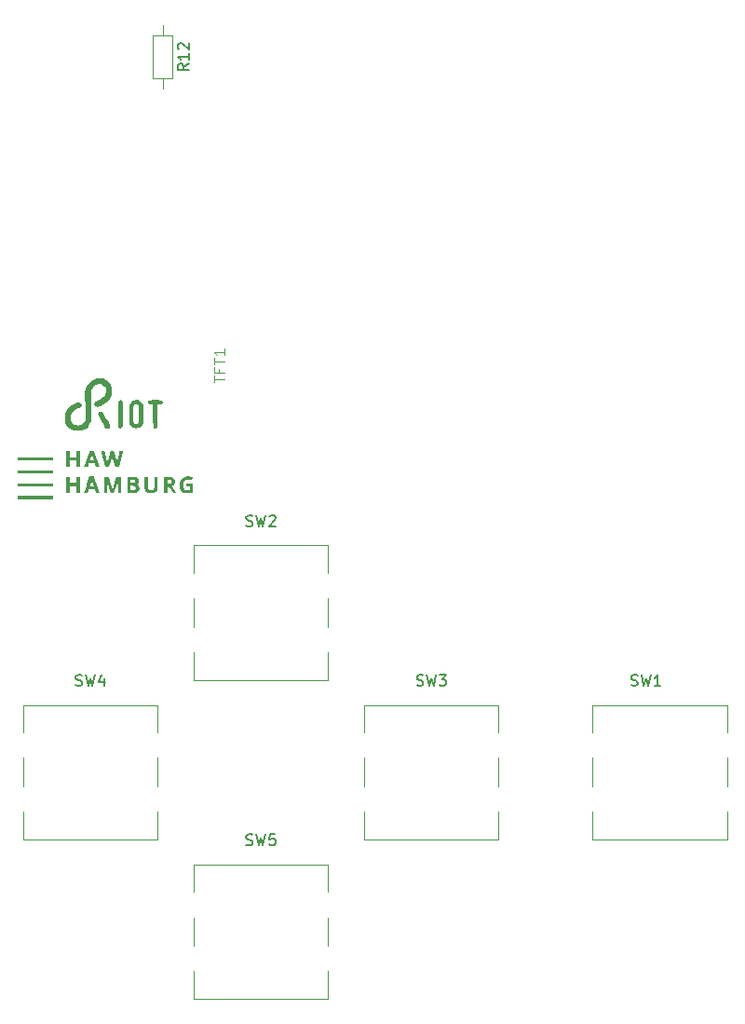
<source format=gbr>
%TF.GenerationSoftware,KiCad,Pcbnew,8.0.1*%
%TF.CreationDate,2024-05-06T19:00:19+02:00*%
%TF.ProjectId,teamagotchi,7465616d-6167-46f7-9463-68692e6b6963,rev?*%
%TF.SameCoordinates,Original*%
%TF.FileFunction,Legend,Top*%
%TF.FilePolarity,Positive*%
%FSLAX46Y46*%
G04 Gerber Fmt 4.6, Leading zero omitted, Abs format (unit mm)*
G04 Created by KiCad (PCBNEW 8.0.1) date 2024-05-06 19:00:19*
%MOMM*%
%LPD*%
G01*
G04 APERTURE LIST*
%ADD10C,0.100000*%
%ADD11C,0.150000*%
%ADD12C,0.120000*%
%ADD13C,0.000000*%
G04 APERTURE END LIST*
D10*
X132317419Y-93877428D02*
X132317419Y-93306000D01*
X133317419Y-93591714D02*
X132317419Y-93591714D01*
X132793609Y-92639333D02*
X132793609Y-92972666D01*
X133317419Y-92972666D02*
X132317419Y-92972666D01*
X132317419Y-92972666D02*
X132317419Y-92496476D01*
X132317419Y-92258380D02*
X132317419Y-91686952D01*
X133317419Y-91972666D02*
X132317419Y-91972666D01*
X133317419Y-90829809D02*
X133317419Y-91401237D01*
X133317419Y-91115523D02*
X132317419Y-91115523D01*
X132317419Y-91115523D02*
X132460276Y-91210761D01*
X132460276Y-91210761D02*
X132555514Y-91305999D01*
X132555514Y-91305999D02*
X132603133Y-91401237D01*
D11*
X119776667Y-121413200D02*
X119919524Y-121460819D01*
X119919524Y-121460819D02*
X120157619Y-121460819D01*
X120157619Y-121460819D02*
X120252857Y-121413200D01*
X120252857Y-121413200D02*
X120300476Y-121365580D01*
X120300476Y-121365580D02*
X120348095Y-121270342D01*
X120348095Y-121270342D02*
X120348095Y-121175104D01*
X120348095Y-121175104D02*
X120300476Y-121079866D01*
X120300476Y-121079866D02*
X120252857Y-121032247D01*
X120252857Y-121032247D02*
X120157619Y-120984628D01*
X120157619Y-120984628D02*
X119967143Y-120937009D01*
X119967143Y-120937009D02*
X119871905Y-120889390D01*
X119871905Y-120889390D02*
X119824286Y-120841771D01*
X119824286Y-120841771D02*
X119776667Y-120746533D01*
X119776667Y-120746533D02*
X119776667Y-120651295D01*
X119776667Y-120651295D02*
X119824286Y-120556057D01*
X119824286Y-120556057D02*
X119871905Y-120508438D01*
X119871905Y-120508438D02*
X119967143Y-120460819D01*
X119967143Y-120460819D02*
X120205238Y-120460819D01*
X120205238Y-120460819D02*
X120348095Y-120508438D01*
X120681429Y-120460819D02*
X120919524Y-121460819D01*
X120919524Y-121460819D02*
X121110000Y-120746533D01*
X121110000Y-120746533D02*
X121300476Y-121460819D01*
X121300476Y-121460819D02*
X121538572Y-120460819D01*
X122348095Y-120794152D02*
X122348095Y-121460819D01*
X122110000Y-120413200D02*
X121871905Y-121127485D01*
X121871905Y-121127485D02*
X122490952Y-121127485D01*
X130034819Y-64938857D02*
X129558628Y-65272190D01*
X130034819Y-65510285D02*
X129034819Y-65510285D01*
X129034819Y-65510285D02*
X129034819Y-65129333D01*
X129034819Y-65129333D02*
X129082438Y-65034095D01*
X129082438Y-65034095D02*
X129130057Y-64986476D01*
X129130057Y-64986476D02*
X129225295Y-64938857D01*
X129225295Y-64938857D02*
X129368152Y-64938857D01*
X129368152Y-64938857D02*
X129463390Y-64986476D01*
X129463390Y-64986476D02*
X129511009Y-65034095D01*
X129511009Y-65034095D02*
X129558628Y-65129333D01*
X129558628Y-65129333D02*
X129558628Y-65510285D01*
X130034819Y-63986476D02*
X130034819Y-64557904D01*
X130034819Y-64272190D02*
X129034819Y-64272190D01*
X129034819Y-64272190D02*
X129177676Y-64367428D01*
X129177676Y-64367428D02*
X129272914Y-64462666D01*
X129272914Y-64462666D02*
X129320533Y-64557904D01*
X129130057Y-63605523D02*
X129082438Y-63557904D01*
X129082438Y-63557904D02*
X129034819Y-63462666D01*
X129034819Y-63462666D02*
X129034819Y-63224571D01*
X129034819Y-63224571D02*
X129082438Y-63129333D01*
X129082438Y-63129333D02*
X129130057Y-63081714D01*
X129130057Y-63081714D02*
X129225295Y-63034095D01*
X129225295Y-63034095D02*
X129320533Y-63034095D01*
X129320533Y-63034095D02*
X129463390Y-63081714D01*
X129463390Y-63081714D02*
X130034819Y-63653142D01*
X130034819Y-63653142D02*
X130034819Y-63034095D01*
X135276667Y-106913200D02*
X135419524Y-106960819D01*
X135419524Y-106960819D02*
X135657619Y-106960819D01*
X135657619Y-106960819D02*
X135752857Y-106913200D01*
X135752857Y-106913200D02*
X135800476Y-106865580D01*
X135800476Y-106865580D02*
X135848095Y-106770342D01*
X135848095Y-106770342D02*
X135848095Y-106675104D01*
X135848095Y-106675104D02*
X135800476Y-106579866D01*
X135800476Y-106579866D02*
X135752857Y-106532247D01*
X135752857Y-106532247D02*
X135657619Y-106484628D01*
X135657619Y-106484628D02*
X135467143Y-106437009D01*
X135467143Y-106437009D02*
X135371905Y-106389390D01*
X135371905Y-106389390D02*
X135324286Y-106341771D01*
X135324286Y-106341771D02*
X135276667Y-106246533D01*
X135276667Y-106246533D02*
X135276667Y-106151295D01*
X135276667Y-106151295D02*
X135324286Y-106056057D01*
X135324286Y-106056057D02*
X135371905Y-106008438D01*
X135371905Y-106008438D02*
X135467143Y-105960819D01*
X135467143Y-105960819D02*
X135705238Y-105960819D01*
X135705238Y-105960819D02*
X135848095Y-106008438D01*
X136181429Y-105960819D02*
X136419524Y-106960819D01*
X136419524Y-106960819D02*
X136610000Y-106246533D01*
X136610000Y-106246533D02*
X136800476Y-106960819D01*
X136800476Y-106960819D02*
X137038572Y-105960819D01*
X137371905Y-106056057D02*
X137419524Y-106008438D01*
X137419524Y-106008438D02*
X137514762Y-105960819D01*
X137514762Y-105960819D02*
X137752857Y-105960819D01*
X137752857Y-105960819D02*
X137848095Y-106008438D01*
X137848095Y-106008438D02*
X137895714Y-106056057D01*
X137895714Y-106056057D02*
X137943333Y-106151295D01*
X137943333Y-106151295D02*
X137943333Y-106246533D01*
X137943333Y-106246533D02*
X137895714Y-106389390D01*
X137895714Y-106389390D02*
X137324286Y-106960819D01*
X137324286Y-106960819D02*
X137943333Y-106960819D01*
X135276667Y-135913200D02*
X135419524Y-135960819D01*
X135419524Y-135960819D02*
X135657619Y-135960819D01*
X135657619Y-135960819D02*
X135752857Y-135913200D01*
X135752857Y-135913200D02*
X135800476Y-135865580D01*
X135800476Y-135865580D02*
X135848095Y-135770342D01*
X135848095Y-135770342D02*
X135848095Y-135675104D01*
X135848095Y-135675104D02*
X135800476Y-135579866D01*
X135800476Y-135579866D02*
X135752857Y-135532247D01*
X135752857Y-135532247D02*
X135657619Y-135484628D01*
X135657619Y-135484628D02*
X135467143Y-135437009D01*
X135467143Y-135437009D02*
X135371905Y-135389390D01*
X135371905Y-135389390D02*
X135324286Y-135341771D01*
X135324286Y-135341771D02*
X135276667Y-135246533D01*
X135276667Y-135246533D02*
X135276667Y-135151295D01*
X135276667Y-135151295D02*
X135324286Y-135056057D01*
X135324286Y-135056057D02*
X135371905Y-135008438D01*
X135371905Y-135008438D02*
X135467143Y-134960819D01*
X135467143Y-134960819D02*
X135705238Y-134960819D01*
X135705238Y-134960819D02*
X135848095Y-135008438D01*
X136181429Y-134960819D02*
X136419524Y-135960819D01*
X136419524Y-135960819D02*
X136610000Y-135246533D01*
X136610000Y-135246533D02*
X136800476Y-135960819D01*
X136800476Y-135960819D02*
X137038572Y-134960819D01*
X137895714Y-134960819D02*
X137419524Y-134960819D01*
X137419524Y-134960819D02*
X137371905Y-135437009D01*
X137371905Y-135437009D02*
X137419524Y-135389390D01*
X137419524Y-135389390D02*
X137514762Y-135341771D01*
X137514762Y-135341771D02*
X137752857Y-135341771D01*
X137752857Y-135341771D02*
X137848095Y-135389390D01*
X137848095Y-135389390D02*
X137895714Y-135437009D01*
X137895714Y-135437009D02*
X137943333Y-135532247D01*
X137943333Y-135532247D02*
X137943333Y-135770342D01*
X137943333Y-135770342D02*
X137895714Y-135865580D01*
X137895714Y-135865580D02*
X137848095Y-135913200D01*
X137848095Y-135913200D02*
X137752857Y-135960819D01*
X137752857Y-135960819D02*
X137514762Y-135960819D01*
X137514762Y-135960819D02*
X137419524Y-135913200D01*
X137419524Y-135913200D02*
X137371905Y-135865580D01*
X150776667Y-121413200D02*
X150919524Y-121460819D01*
X150919524Y-121460819D02*
X151157619Y-121460819D01*
X151157619Y-121460819D02*
X151252857Y-121413200D01*
X151252857Y-121413200D02*
X151300476Y-121365580D01*
X151300476Y-121365580D02*
X151348095Y-121270342D01*
X151348095Y-121270342D02*
X151348095Y-121175104D01*
X151348095Y-121175104D02*
X151300476Y-121079866D01*
X151300476Y-121079866D02*
X151252857Y-121032247D01*
X151252857Y-121032247D02*
X151157619Y-120984628D01*
X151157619Y-120984628D02*
X150967143Y-120937009D01*
X150967143Y-120937009D02*
X150871905Y-120889390D01*
X150871905Y-120889390D02*
X150824286Y-120841771D01*
X150824286Y-120841771D02*
X150776667Y-120746533D01*
X150776667Y-120746533D02*
X150776667Y-120651295D01*
X150776667Y-120651295D02*
X150824286Y-120556057D01*
X150824286Y-120556057D02*
X150871905Y-120508438D01*
X150871905Y-120508438D02*
X150967143Y-120460819D01*
X150967143Y-120460819D02*
X151205238Y-120460819D01*
X151205238Y-120460819D02*
X151348095Y-120508438D01*
X151681429Y-120460819D02*
X151919524Y-121460819D01*
X151919524Y-121460819D02*
X152110000Y-120746533D01*
X152110000Y-120746533D02*
X152300476Y-121460819D01*
X152300476Y-121460819D02*
X152538572Y-120460819D01*
X152824286Y-120460819D02*
X153443333Y-120460819D01*
X153443333Y-120460819D02*
X153110000Y-120841771D01*
X153110000Y-120841771D02*
X153252857Y-120841771D01*
X153252857Y-120841771D02*
X153348095Y-120889390D01*
X153348095Y-120889390D02*
X153395714Y-120937009D01*
X153395714Y-120937009D02*
X153443333Y-121032247D01*
X153443333Y-121032247D02*
X153443333Y-121270342D01*
X153443333Y-121270342D02*
X153395714Y-121365580D01*
X153395714Y-121365580D02*
X153348095Y-121413200D01*
X153348095Y-121413200D02*
X153252857Y-121460819D01*
X153252857Y-121460819D02*
X152967143Y-121460819D01*
X152967143Y-121460819D02*
X152871905Y-121413200D01*
X152871905Y-121413200D02*
X152824286Y-121365580D01*
X170276667Y-121413200D02*
X170419524Y-121460819D01*
X170419524Y-121460819D02*
X170657619Y-121460819D01*
X170657619Y-121460819D02*
X170752857Y-121413200D01*
X170752857Y-121413200D02*
X170800476Y-121365580D01*
X170800476Y-121365580D02*
X170848095Y-121270342D01*
X170848095Y-121270342D02*
X170848095Y-121175104D01*
X170848095Y-121175104D02*
X170800476Y-121079866D01*
X170800476Y-121079866D02*
X170752857Y-121032247D01*
X170752857Y-121032247D02*
X170657619Y-120984628D01*
X170657619Y-120984628D02*
X170467143Y-120937009D01*
X170467143Y-120937009D02*
X170371905Y-120889390D01*
X170371905Y-120889390D02*
X170324286Y-120841771D01*
X170324286Y-120841771D02*
X170276667Y-120746533D01*
X170276667Y-120746533D02*
X170276667Y-120651295D01*
X170276667Y-120651295D02*
X170324286Y-120556057D01*
X170324286Y-120556057D02*
X170371905Y-120508438D01*
X170371905Y-120508438D02*
X170467143Y-120460819D01*
X170467143Y-120460819D02*
X170705238Y-120460819D01*
X170705238Y-120460819D02*
X170848095Y-120508438D01*
X171181429Y-120460819D02*
X171419524Y-121460819D01*
X171419524Y-121460819D02*
X171610000Y-120746533D01*
X171610000Y-120746533D02*
X171800476Y-121460819D01*
X171800476Y-121460819D02*
X172038572Y-120460819D01*
X172943333Y-121460819D02*
X172371905Y-121460819D01*
X172657619Y-121460819D02*
X172657619Y-120460819D01*
X172657619Y-120460819D02*
X172562381Y-120603676D01*
X172562381Y-120603676D02*
X172467143Y-120698914D01*
X172467143Y-120698914D02*
X172371905Y-120746533D01*
D12*
%TO.C,SW4*%
X115000000Y-123196000D02*
X115000000Y-125706000D01*
X115000000Y-123196000D02*
X127220000Y-123196000D01*
X115000000Y-128006000D02*
X115000000Y-130606000D01*
X115000000Y-132906000D02*
X115000000Y-135416000D01*
X127220000Y-123196000D02*
X127220000Y-125706000D01*
X127220000Y-128006000D02*
X127220000Y-130606000D01*
X127220000Y-132906000D02*
X127220000Y-135416000D01*
X127220000Y-135416000D02*
X115000000Y-135416000D01*
%TO.C,R12*%
X127660000Y-61426000D02*
X127660000Y-62376000D01*
X128580000Y-62376000D02*
X126740000Y-62376000D01*
X126740000Y-62376000D02*
X126740000Y-66216000D01*
X128580000Y-66216000D02*
X128580000Y-62376000D01*
X126740000Y-66216000D02*
X128580000Y-66216000D01*
X127660000Y-67166000D02*
X127660000Y-66216000D01*
%TO.C,SW2*%
X130500000Y-108696000D02*
X130500000Y-111206000D01*
X130500000Y-108696000D02*
X142720000Y-108696000D01*
X130500000Y-113506000D02*
X130500000Y-116106000D01*
X130500000Y-118406000D02*
X130500000Y-120916000D01*
X142720000Y-108696000D02*
X142720000Y-111206000D01*
X142720000Y-113506000D02*
X142720000Y-116106000D01*
X142720000Y-118406000D02*
X142720000Y-120916000D01*
X142720000Y-120916000D02*
X130500000Y-120916000D01*
%TO.C,SW5*%
X130500000Y-137696000D02*
X130500000Y-140206000D01*
X130500000Y-137696000D02*
X142720000Y-137696000D01*
X130500000Y-142506000D02*
X130500000Y-145106000D01*
X130500000Y-147406000D02*
X130500000Y-149916000D01*
X142720000Y-137696000D02*
X142720000Y-140206000D01*
X142720000Y-142506000D02*
X142720000Y-145106000D01*
X142720000Y-147406000D02*
X142720000Y-149916000D01*
X142720000Y-149916000D02*
X130500000Y-149916000D01*
%TO.C,SW3*%
X146000000Y-123196000D02*
X146000000Y-125706000D01*
X146000000Y-123196000D02*
X158220000Y-123196000D01*
X146000000Y-128006000D02*
X146000000Y-130606000D01*
X146000000Y-132906000D02*
X146000000Y-135416000D01*
X158220000Y-123196000D02*
X158220000Y-125706000D01*
X158220000Y-128006000D02*
X158220000Y-130606000D01*
X158220000Y-132906000D02*
X158220000Y-135416000D01*
X158220000Y-135416000D02*
X146000000Y-135416000D01*
%TO.C,SW1*%
X178970000Y-135416000D02*
X166750000Y-135416000D01*
X178970000Y-132906000D02*
X178970000Y-135416000D01*
X178970000Y-128006000D02*
X178970000Y-130606000D01*
X178970000Y-123196000D02*
X178970000Y-125706000D01*
X166750000Y-132906000D02*
X166750000Y-135416000D01*
X166750000Y-128006000D02*
X166750000Y-130606000D01*
X166750000Y-123196000D02*
X178970000Y-123196000D01*
X166750000Y-123196000D02*
X166750000Y-125706000D01*
D13*
%TO.C,G\u002A\u002A\u002A*%
G36*
X117746443Y-100839178D02*
G01*
X117749952Y-100985549D01*
X116123512Y-100985549D01*
X114497071Y-100985549D01*
X114500581Y-100839178D01*
X114504090Y-100692807D01*
X116123512Y-100692807D01*
X117742933Y-100692807D01*
X117746443Y-100839178D01*
G37*
G36*
X117746443Y-103193568D02*
G01*
X117749952Y-103339938D01*
X116123512Y-103339938D01*
X114497071Y-103339938D01*
X114500581Y-103193568D01*
X114504090Y-103047197D01*
X116123512Y-103047197D01*
X117742933Y-103047197D01*
X117746443Y-103193568D01*
G37*
G36*
X117746443Y-102016373D02*
G01*
X117742933Y-102162744D01*
X116128749Y-102165904D01*
X115930213Y-102166230D01*
X115738566Y-102166420D01*
X115555283Y-102166480D01*
X115381840Y-102166414D01*
X115219711Y-102166227D01*
X115070372Y-102165923D01*
X114935299Y-102165508D01*
X114815965Y-102164987D01*
X114713847Y-102164363D01*
X114630420Y-102163641D01*
X114567158Y-102162827D01*
X114525538Y-102161925D01*
X114507034Y-102160940D01*
X114506213Y-102160714D01*
X114502883Y-102145604D01*
X114500183Y-102110933D01*
X114498413Y-102062054D01*
X114497862Y-102011182D01*
X114497862Y-101870002D01*
X116123907Y-101870002D01*
X117749952Y-101870002D01*
X117746443Y-102016373D01*
G37*
G36*
X117746443Y-104370762D02*
G01*
X117742933Y-104517133D01*
X116128749Y-104520294D01*
X115930213Y-104520619D01*
X115738566Y-104520809D01*
X115555283Y-104520869D01*
X115381840Y-104520803D01*
X115219711Y-104520616D01*
X115070372Y-104520313D01*
X114935299Y-104519898D01*
X114815965Y-104519376D01*
X114713847Y-104518752D01*
X114630420Y-104518031D01*
X114567158Y-104517217D01*
X114525538Y-104516315D01*
X114507034Y-104515329D01*
X114506213Y-104515103D01*
X114502883Y-104499993D01*
X114500183Y-104465323D01*
X114498413Y-104416443D01*
X114497862Y-104365572D01*
X114497862Y-104224391D01*
X116123907Y-104224391D01*
X117749952Y-104224391D01*
X117746443Y-104370762D01*
G37*
G36*
X119231555Y-100387609D02*
G01*
X119231555Y-100674122D01*
X119518068Y-100674122D01*
X119804581Y-100674122D01*
X119804581Y-100387609D01*
X119804581Y-100101096D01*
X119966523Y-100101096D01*
X120128465Y-100101096D01*
X120128465Y-100836064D01*
X120128465Y-101571032D01*
X119966523Y-101571032D01*
X119804581Y-101571032D01*
X119804581Y-101253376D01*
X119804581Y-100935721D01*
X119518068Y-100935721D01*
X119231555Y-100935721D01*
X119231555Y-101253376D01*
X119231555Y-101571032D01*
X119075841Y-101571032D01*
X118920128Y-101571032D01*
X118920128Y-100836064D01*
X118920128Y-100101096D01*
X119075841Y-100101096D01*
X119231555Y-100101096D01*
X119231555Y-100387609D01*
G37*
G36*
X119231555Y-102741998D02*
G01*
X119231555Y-103028511D01*
X119518068Y-103028511D01*
X119804581Y-103028511D01*
X119804581Y-102741998D01*
X119804581Y-102455485D01*
X119966622Y-102455485D01*
X120128663Y-102455485D01*
X120125450Y-103193568D01*
X120122237Y-103931650D01*
X119966523Y-103931650D01*
X119810809Y-103931650D01*
X119807481Y-103617108D01*
X119804153Y-103302567D01*
X119517854Y-103302567D01*
X119231555Y-103302567D01*
X119231555Y-103620223D01*
X119231555Y-103937878D01*
X119075841Y-103937878D01*
X118920128Y-103937878D01*
X118920128Y-103196682D01*
X118920128Y-102455485D01*
X119075841Y-102455485D01*
X119231555Y-102455485D01*
X119231555Y-102741998D01*
G37*
G36*
X126334456Y-102969340D02*
G01*
X126335458Y-103096318D01*
X126336459Y-103200884D01*
X126337592Y-103285538D01*
X126338992Y-103352781D01*
X126340790Y-103405114D01*
X126343121Y-103445038D01*
X126346117Y-103475054D01*
X126349911Y-103497664D01*
X126354637Y-103515367D01*
X126360427Y-103530665D01*
X126364871Y-103540603D01*
X126406598Y-103602811D01*
X126465149Y-103648248D01*
X126538039Y-103675886D01*
X126622783Y-103684701D01*
X126696747Y-103677635D01*
X126774267Y-103654047D01*
X126834287Y-103613181D01*
X126878147Y-103554060D01*
X126884801Y-103540603D01*
X126891363Y-103525524D01*
X126896772Y-103509681D01*
X126901163Y-103490574D01*
X126904668Y-103465701D01*
X126907420Y-103432562D01*
X126909553Y-103388656D01*
X126911199Y-103331481D01*
X126912492Y-103258537D01*
X126913565Y-103167323D01*
X126914552Y-103055337D01*
X126915216Y-102969340D01*
X126919082Y-102455485D01*
X127074645Y-102455485D01*
X127230208Y-102455485D01*
X127226492Y-103006711D01*
X127222776Y-103557937D01*
X127183683Y-103640445D01*
X127128807Y-103735081D01*
X127061946Y-103810834D01*
X126981344Y-103868706D01*
X126885243Y-103909699D01*
X126771885Y-103934815D01*
X126649750Y-103944794D01*
X126585809Y-103945645D01*
X126526074Y-103944611D01*
X126477736Y-103941923D01*
X126450437Y-103938395D01*
X126410878Y-103927890D01*
X126361102Y-103912111D01*
X126325866Y-103899623D01*
X126256860Y-103863531D01*
X126188120Y-103809660D01*
X126126059Y-103744378D01*
X126077090Y-103674049D01*
X126056902Y-103632680D01*
X126049745Y-103614449D01*
X126043811Y-103597049D01*
X126038969Y-103578024D01*
X126035085Y-103554916D01*
X126032028Y-103525268D01*
X126029665Y-103486623D01*
X126027863Y-103436522D01*
X126026492Y-103372510D01*
X126025417Y-103292129D01*
X126024507Y-103192921D01*
X126023629Y-103072430D01*
X126023183Y-103006711D01*
X126019464Y-102455485D01*
X126175027Y-102455485D01*
X126330589Y-102455485D01*
X126334456Y-102969340D01*
G37*
G36*
X123915420Y-103196783D02*
G01*
X123915420Y-103938669D01*
X123769049Y-103935160D01*
X123622678Y-103931650D01*
X123624677Y-103385715D01*
X123625254Y-103270293D01*
X123626092Y-103161670D01*
X123627149Y-103062574D01*
X123628382Y-102975735D01*
X123629750Y-102903881D01*
X123631209Y-102849739D01*
X123632718Y-102816038D01*
X123633689Y-102806461D01*
X123636546Y-102790947D01*
X123636209Y-102786139D01*
X123632206Y-102793393D01*
X123624066Y-102814064D01*
X123611317Y-102849510D01*
X123593487Y-102901085D01*
X123570105Y-102970146D01*
X123540698Y-103058049D01*
X123504796Y-103166150D01*
X123461925Y-103295805D01*
X123433886Y-103380797D01*
X123249968Y-103938624D01*
X123106931Y-103935137D01*
X122963895Y-103931650D01*
X122799718Y-103398408D01*
X122765315Y-103286610D01*
X122732872Y-103181070D01*
X122703190Y-103084401D01*
X122677070Y-102999219D01*
X122655313Y-102928136D01*
X122638720Y-102873767D01*
X122628092Y-102838727D01*
X122624598Y-102826979D01*
X122622221Y-102830169D01*
X122620267Y-102856725D01*
X122618755Y-102905100D01*
X122617703Y-102973750D01*
X122617131Y-103061129D01*
X122617057Y-103165693D01*
X122617501Y-103285895D01*
X122618012Y-103363336D01*
X122622369Y-103937878D01*
X122484098Y-103937878D01*
X122345827Y-103937878D01*
X122345827Y-103196682D01*
X122345827Y-102455485D01*
X122557166Y-102455485D01*
X122768506Y-102455485D01*
X122816618Y-102608084D01*
X122832345Y-102658267D01*
X122854044Y-102727942D01*
X122880376Y-102812787D01*
X122910002Y-102908478D01*
X122941583Y-103010692D01*
X122973778Y-103115104D01*
X122988333Y-103162384D01*
X123017800Y-103257539D01*
X123045135Y-103344650D01*
X123069449Y-103420970D01*
X123089850Y-103483748D01*
X123105448Y-103530236D01*
X123115353Y-103557685D01*
X123118501Y-103564125D01*
X123123587Y-103552674D01*
X123135583Y-103519853D01*
X123153700Y-103467989D01*
X123177150Y-103399405D01*
X123205141Y-103316428D01*
X123236886Y-103221381D01*
X123271594Y-103116590D01*
X123305672Y-103012940D01*
X123486279Y-102461714D01*
X123700849Y-102458305D01*
X123915420Y-102454897D01*
X123915420Y-103196783D01*
G37*
G36*
X130118118Y-102442803D02*
G01*
X130179171Y-102453135D01*
X130241951Y-102467004D01*
X130301690Y-102482957D01*
X130353622Y-102499540D01*
X130392981Y-102515300D01*
X130415001Y-102528784D01*
X130418019Y-102534262D01*
X130413513Y-102550496D01*
X130401716Y-102583173D01*
X130385213Y-102625863D01*
X130366585Y-102672137D01*
X130348417Y-102715562D01*
X130333292Y-102749710D01*
X130324501Y-102767058D01*
X130310926Y-102767616D01*
X130280505Y-102760401D01*
X130239501Y-102746940D01*
X130234457Y-102745086D01*
X130178252Y-102727397D01*
X130118472Y-102716001D01*
X130045940Y-102709315D01*
X130019392Y-102707949D01*
X129924859Y-102708043D01*
X129847948Y-102718880D01*
X129783026Y-102742260D01*
X129724464Y-102779981D01*
X129685568Y-102814575D01*
X129627775Y-102882369D01*
X129586426Y-102958159D01*
X129560410Y-103045504D01*
X129548617Y-103147958D01*
X129549049Y-103251846D01*
X129561945Y-103370104D01*
X129589190Y-103468653D01*
X129631304Y-103548508D01*
X129688806Y-103610683D01*
X129754338Y-103652457D01*
X129788640Y-103667022D01*
X129823723Y-103675895D01*
X129867447Y-103680369D01*
X129927671Y-103681738D01*
X129932192Y-103681750D01*
X129988165Y-103680881D01*
X130038222Y-103678363D01*
X130074656Y-103674658D01*
X130084792Y-103672661D01*
X130119049Y-103663348D01*
X130119049Y-103514100D01*
X130119049Y-103364852D01*
X129975792Y-103364852D01*
X129832536Y-103364852D01*
X129832536Y-103234053D01*
X129832536Y-103103254D01*
X130131686Y-103103254D01*
X130430836Y-103103254D01*
X130427542Y-103485802D01*
X130424247Y-103868351D01*
X130349505Y-103891271D01*
X130245086Y-103917308D01*
X130129954Y-103935789D01*
X130010727Y-103946378D01*
X129894018Y-103948738D01*
X129786444Y-103942530D01*
X129694620Y-103927420D01*
X129685425Y-103925110D01*
X129587021Y-103892565D01*
X129504753Y-103848993D01*
X129430667Y-103789730D01*
X129397427Y-103756219D01*
X129331789Y-103672581D01*
X129281908Y-103577724D01*
X129246980Y-103469104D01*
X129226202Y-103344177D01*
X129218770Y-103200401D01*
X129218730Y-103190453D01*
X129222814Y-103078577D01*
X129236532Y-102981965D01*
X129261567Y-102892273D01*
X129295306Y-102810263D01*
X129337929Y-102738230D01*
X129396873Y-102665077D01*
X129465139Y-102598444D01*
X129535725Y-102545974D01*
X129539603Y-102543611D01*
X129637363Y-102496650D01*
X129751012Y-102462071D01*
X129874222Y-102440974D01*
X130000667Y-102434462D01*
X130118118Y-102442803D01*
G37*
G36*
X128035601Y-102455579D02*
G01*
X128169719Y-102456985D01*
X128282020Y-102461523D01*
X128375476Y-102469823D01*
X128453059Y-102482517D01*
X128517741Y-102500236D01*
X128572494Y-102523612D01*
X128620289Y-102553275D01*
X128663035Y-102588861D01*
X128712941Y-102641559D01*
X128746934Y-102694174D01*
X128767591Y-102753269D01*
X128777486Y-102825408D01*
X128779384Y-102885255D01*
X128778617Y-102948726D01*
X128774958Y-102994800D01*
X128767316Y-103030930D01*
X128754602Y-103064566D01*
X128752486Y-103069219D01*
X128724092Y-103116369D01*
X128683307Y-103166640D01*
X128636705Y-103213246D01*
X128590860Y-103249399D01*
X128563168Y-103264676D01*
X128536950Y-103278733D01*
X128524668Y-103291614D01*
X128524542Y-103292637D01*
X128531281Y-103305617D01*
X128550340Y-103336495D01*
X128579977Y-103382602D01*
X128618452Y-103441266D01*
X128664024Y-103509819D01*
X128714953Y-103585589D01*
X128730084Y-103607951D01*
X128782233Y-103685365D01*
X128829513Y-103756409D01*
X128870180Y-103818397D01*
X128902492Y-103868640D01*
X128924706Y-103904452D01*
X128935080Y-103923143D01*
X128935626Y-103924943D01*
X128925149Y-103930907D01*
X128893002Y-103934527D01*
X128838111Y-103935866D01*
X128765451Y-103935116D01*
X128595277Y-103931650D01*
X128419767Y-103648369D01*
X128244257Y-103365089D01*
X128166634Y-103364971D01*
X128089011Y-103364852D01*
X128085663Y-103648251D01*
X128082315Y-103931650D01*
X127932156Y-103935128D01*
X127873297Y-103935795D01*
X127823761Y-103935045D01*
X127788725Y-103933047D01*
X127773362Y-103929971D01*
X127773328Y-103929938D01*
X127771758Y-103916242D01*
X127770280Y-103879840D01*
X127768918Y-103822942D01*
X127767700Y-103747757D01*
X127766651Y-103656492D01*
X127765797Y-103551356D01*
X127765163Y-103434559D01*
X127764776Y-103308309D01*
X127764659Y-103188377D01*
X127764659Y-102717084D01*
X128088544Y-102717084D01*
X128088544Y-102911618D01*
X128088544Y-103106151D01*
X128210000Y-103100890D01*
X128287887Y-103095004D01*
X128343440Y-103084879D01*
X128372493Y-103073922D01*
X128420564Y-103036331D01*
X128450132Y-102983519D01*
X128461920Y-102914083D01*
X128462210Y-102899580D01*
X128460726Y-102856015D01*
X128453807Y-102827245D01*
X128437856Y-102803221D01*
X128421556Y-102786006D01*
X128372539Y-102751615D01*
X128305422Y-102729222D01*
X128218453Y-102718350D01*
X128168902Y-102717084D01*
X128088544Y-102717084D01*
X127764659Y-102717084D01*
X127764659Y-102455485D01*
X128035601Y-102455579D01*
G37*
G36*
X124809216Y-102458649D02*
G01*
X124926263Y-102460974D01*
X125021813Y-102463990D01*
X125099282Y-102468192D01*
X125162086Y-102474076D01*
X125213642Y-102482136D01*
X125257366Y-102492869D01*
X125296674Y-102506769D01*
X125334982Y-102524331D01*
X125362677Y-102538875D01*
X125430101Y-102588957D01*
X125479839Y-102654541D01*
X125510866Y-102732602D01*
X125522154Y-102820117D01*
X125512678Y-102914061D01*
X125502995Y-102952250D01*
X125476094Y-103013572D01*
X125436091Y-103068916D01*
X125388786Y-103111390D01*
X125353142Y-103130251D01*
X125325277Y-103142292D01*
X125311076Y-103152271D01*
X125310613Y-103153613D01*
X125321306Y-103161858D01*
X125347954Y-103172604D01*
X125357891Y-103175760D01*
X125418006Y-103204790D01*
X125473497Y-103251129D01*
X125516445Y-103307393D01*
X125530747Y-103336956D01*
X125547812Y-103403984D01*
X125554411Y-103482715D01*
X125550722Y-103563468D01*
X125536927Y-103636560D01*
X125524523Y-103671282D01*
X125483366Y-103738857D01*
X125425344Y-103801925D01*
X125358251Y-103852422D01*
X125339148Y-103863084D01*
X125302293Y-103880919D01*
X125266287Y-103895236D01*
X125227726Y-103906493D01*
X125183206Y-103915148D01*
X125129322Y-103921659D01*
X125062672Y-103926483D01*
X124979851Y-103930078D01*
X124877455Y-103932901D01*
X124809216Y-103934337D01*
X124463531Y-103941108D01*
X124463531Y-103287164D01*
X124774959Y-103287164D01*
X124774959Y-103475493D01*
X124774959Y-103663823D01*
X124927558Y-103663549D01*
X124998451Y-103662625D01*
X125050166Y-103659705D01*
X125088405Y-103654123D01*
X125118869Y-103645211D01*
X125132274Y-103639614D01*
X125179530Y-103608476D01*
X125208896Y-103564434D01*
X125222188Y-103504167D01*
X125223414Y-103473036D01*
X125219424Y-103421487D01*
X125205922Y-103384886D01*
X125197400Y-103372512D01*
X125171166Y-103343999D01*
X125141157Y-103323344D01*
X125102751Y-103309145D01*
X125051324Y-103299997D01*
X124982255Y-103294497D01*
X124933786Y-103292476D01*
X124774959Y-103287164D01*
X124463531Y-103287164D01*
X124463531Y-103197004D01*
X124463531Y-102714076D01*
X124774959Y-102714076D01*
X124774959Y-102869218D01*
X124775590Y-102929048D01*
X124777314Y-102979557D01*
X124779873Y-103015676D01*
X124783008Y-103032336D01*
X124783263Y-103032664D01*
X124800565Y-103037499D01*
X124836331Y-103040174D01*
X124884216Y-103040804D01*
X124937875Y-103039502D01*
X124990962Y-103036383D01*
X125037130Y-103031563D01*
X125060010Y-103027661D01*
X125122385Y-103004229D01*
X125166839Y-102966348D01*
X125191505Y-102917145D01*
X125194516Y-102859748D01*
X125184091Y-102819829D01*
X125166275Y-102784581D01*
X125141062Y-102758625D01*
X125104697Y-102740482D01*
X125053420Y-102728674D01*
X124983475Y-102721725D01*
X124928127Y-102719176D01*
X124774959Y-102714076D01*
X124463531Y-102714076D01*
X124463531Y-102452901D01*
X124809216Y-102458649D01*
G37*
G36*
X121441520Y-102495971D02*
G01*
X121450858Y-102521779D01*
X121467012Y-102567054D01*
X121489116Y-102629334D01*
X121516305Y-102706159D01*
X121547713Y-102795068D01*
X121582477Y-102893602D01*
X121619729Y-102999299D01*
X121658606Y-103109699D01*
X121698241Y-103222343D01*
X121737770Y-103334769D01*
X121776327Y-103444516D01*
X121813047Y-103549126D01*
X121847065Y-103646136D01*
X121877515Y-103733088D01*
X121903533Y-103807519D01*
X121924252Y-103866971D01*
X121938808Y-103908982D01*
X121946336Y-103931092D01*
X121947200Y-103933902D01*
X121935499Y-103935365D01*
X121903401Y-103936135D01*
X121855415Y-103936183D01*
X121796049Y-103935475D01*
X121776936Y-103935116D01*
X121606672Y-103931650D01*
X121590833Y-103881822D01*
X121580443Y-103848560D01*
X121565251Y-103799217D01*
X121547645Y-103741568D01*
X121536334Y-103704308D01*
X121497675Y-103576623D01*
X121236344Y-103576623D01*
X121149409Y-103576690D01*
X121084108Y-103577115D01*
X121037159Y-103578235D01*
X121005281Y-103580388D01*
X120985194Y-103583910D01*
X120973617Y-103589138D01*
X120967268Y-103596409D01*
X120963448Y-103604651D01*
X120955315Y-103627061D01*
X120941636Y-103667569D01*
X120924298Y-103720490D01*
X120905184Y-103780144D01*
X120904544Y-103782165D01*
X120857205Y-103931650D01*
X120692148Y-103935126D01*
X120621106Y-103936017D01*
X120572074Y-103935058D01*
X120542203Y-103932044D01*
X120528645Y-103926770D01*
X120527092Y-103923235D01*
X120531122Y-103909060D01*
X120542743Y-103873441D01*
X120561250Y-103818423D01*
X120585938Y-103746057D01*
X120616101Y-103658388D01*
X120651036Y-103557464D01*
X120690037Y-103445334D01*
X120732400Y-103324045D01*
X120740267Y-103301607D01*
X121054321Y-103301607D01*
X121060329Y-103307525D01*
X121076555Y-103311400D01*
X121106521Y-103313658D01*
X121153747Y-103314723D01*
X121221755Y-103315020D01*
X121235915Y-103315024D01*
X121311025Y-103314551D01*
X121364007Y-103312974D01*
X121397633Y-103310055D01*
X121414674Y-103305558D01*
X121417978Y-103299453D01*
X121410264Y-103275517D01*
X121397174Y-103233801D01*
X121379920Y-103178262D01*
X121359715Y-103112854D01*
X121337770Y-103041535D01*
X121315298Y-102968259D01*
X121293511Y-102896983D01*
X121273621Y-102831663D01*
X121256841Y-102776255D01*
X121244382Y-102734714D01*
X121237457Y-102710997D01*
X121236446Y-102707037D01*
X121232816Y-102713436D01*
X121223929Y-102738415D01*
X121211658Y-102776683D01*
X121210830Y-102779369D01*
X121199744Y-102815576D01*
X121183811Y-102867850D01*
X121164467Y-102931458D01*
X121143147Y-103001662D01*
X121121289Y-103073728D01*
X121100328Y-103142918D01*
X121081700Y-103204498D01*
X121066841Y-103253731D01*
X121057188Y-103285882D01*
X121055010Y-103293224D01*
X121054321Y-103301607D01*
X120740267Y-103301607D01*
X120777419Y-103195644D01*
X120784515Y-103175449D01*
X121041938Y-102443028D01*
X121231940Y-102443028D01*
X121421942Y-102443028D01*
X121441520Y-102495971D01*
G37*
G36*
X121303295Y-100088903D02*
G01*
X121355859Y-100089970D01*
X121391040Y-100092248D01*
X121412602Y-100096148D01*
X121424311Y-100102079D01*
X121429925Y-100110439D01*
X121435652Y-100126159D01*
X121448756Y-100162801D01*
X121468329Y-100217791D01*
X121493460Y-100288556D01*
X121523239Y-100372522D01*
X121556755Y-100467115D01*
X121593100Y-100569763D01*
X121631362Y-100677892D01*
X121670633Y-100788928D01*
X121710001Y-100900297D01*
X121748557Y-101009427D01*
X121785390Y-101113743D01*
X121819591Y-101210673D01*
X121850250Y-101297643D01*
X121876456Y-101372079D01*
X121897299Y-101431407D01*
X121911870Y-101473055D01*
X121916692Y-101486947D01*
X121945716Y-101571032D01*
X121773409Y-101571032D01*
X121601102Y-101571032D01*
X121592738Y-101536775D01*
X121585758Y-101511368D01*
X121573172Y-101468463D01*
X121556847Y-101414328D01*
X121540867Y-101362376D01*
X121497360Y-101222234D01*
X121232197Y-101222234D01*
X120967034Y-101222234D01*
X120951674Y-101275176D01*
X120941259Y-101310471D01*
X120926062Y-101361235D01*
X120908591Y-101419111D01*
X120899339Y-101449575D01*
X120862363Y-101571032D01*
X120694728Y-101571032D01*
X120633361Y-101570370D01*
X120582077Y-101568557D01*
X120545420Y-101565848D01*
X120527936Y-101562502D01*
X120527092Y-101561551D01*
X120531115Y-101548427D01*
X120542714Y-101513840D01*
X120561184Y-101459827D01*
X120585817Y-101388420D01*
X120615908Y-101301657D01*
X120650751Y-101201571D01*
X120689641Y-101090197D01*
X120731870Y-100969572D01*
X120740471Y-100945063D01*
X121053248Y-100945063D01*
X121056630Y-100951283D01*
X121073813Y-100955716D01*
X121107561Y-100958596D01*
X121160639Y-100960157D01*
X121235810Y-100960635D01*
X121237146Y-100960635D01*
X121309592Y-100960427D01*
X121360581Y-100959534D01*
X121393570Y-100957548D01*
X121412012Y-100954066D01*
X121419365Y-100948680D01*
X121419085Y-100940986D01*
X121418496Y-100939341D01*
X121412611Y-100921742D01*
X121400547Y-100883963D01*
X121383446Y-100829637D01*
X121362448Y-100762397D01*
X121338695Y-100685878D01*
X121324098Y-100638657D01*
X121299622Y-100559679D01*
X121277536Y-100489049D01*
X121258906Y-100430115D01*
X121244793Y-100386228D01*
X121236263Y-100360737D01*
X121234244Y-100355640D01*
X121229853Y-100366012D01*
X121219444Y-100397086D01*
X121204023Y-100445662D01*
X121184594Y-100508538D01*
X121162161Y-100582513D01*
X121144744Y-100640752D01*
X121120531Y-100722032D01*
X121098495Y-100795754D01*
X121079684Y-100858428D01*
X121065147Y-100906564D01*
X121055934Y-100936673D01*
X121053248Y-100945063D01*
X120740471Y-100945063D01*
X120776734Y-100841728D01*
X120782462Y-100825426D01*
X120827578Y-100696972D01*
X120870150Y-100575604D01*
X120909475Y-100463340D01*
X120944848Y-100362200D01*
X120975564Y-100274203D01*
X121000918Y-100201368D01*
X121020205Y-100145714D01*
X121032722Y-100109261D01*
X121037763Y-100094027D01*
X121037832Y-100093710D01*
X121049581Y-100091967D01*
X121081992Y-100090482D01*
X121130816Y-100089368D01*
X121191801Y-100088738D01*
X121229585Y-100088639D01*
X121303295Y-100088903D01*
G37*
G36*
X122407150Y-100147810D02*
G01*
X122419454Y-100195995D01*
X122435940Y-100263545D01*
X122455681Y-100346401D01*
X122477749Y-100440506D01*
X122501217Y-100541799D01*
X122525158Y-100646222D01*
X122548646Y-100749717D01*
X122570752Y-100848224D01*
X122590551Y-100937685D01*
X122607114Y-101014040D01*
X122619515Y-101073231D01*
X122625480Y-101103665D01*
X122653032Y-101252923D01*
X122674484Y-101134807D01*
X122682654Y-101095163D01*
X122696325Y-101035067D01*
X122714611Y-100958150D01*
X122736626Y-100868043D01*
X122761485Y-100768376D01*
X122788301Y-100662779D01*
X122813623Y-100564722D01*
X122840143Y-100462717D01*
X122864573Y-100368435D01*
X122886226Y-100284562D01*
X122904412Y-100213781D01*
X122918442Y-100158774D01*
X122927626Y-100122227D01*
X122931276Y-100106822D01*
X122931310Y-100106541D01*
X122942966Y-100104431D01*
X122974756Y-100103204D01*
X123021913Y-100102946D01*
X123079669Y-100103740D01*
X123083528Y-100103827D01*
X123235746Y-100107324D01*
X123344992Y-100524637D01*
X123372479Y-100630977D01*
X123399236Y-100737000D01*
X123424232Y-100838432D01*
X123446435Y-100930995D01*
X123464811Y-101010413D01*
X123478329Y-101072412D01*
X123483343Y-101097663D01*
X123512447Y-101253376D01*
X123528266Y-101166177D01*
X123534609Y-101134511D01*
X123545873Y-101081820D01*
X123561337Y-101011344D01*
X123580276Y-100926324D01*
X123601969Y-100830000D01*
X123625693Y-100725614D01*
X123650725Y-100616405D01*
X123655010Y-100597805D01*
X123679348Y-100492038D01*
X123701841Y-100393928D01*
X123721890Y-100306111D01*
X123738896Y-100231222D01*
X123752262Y-100171900D01*
X123761389Y-100130779D01*
X123765680Y-100110497D01*
X123765934Y-100108865D01*
X123777605Y-100105922D01*
X123809471Y-100103490D01*
X123856816Y-100101805D01*
X123914924Y-100101103D01*
X123921648Y-100101096D01*
X123980650Y-100101796D01*
X124029414Y-100103708D01*
X124063218Y-100106549D01*
X124077341Y-100110036D01*
X124077490Y-100110439D01*
X124074533Y-100123872D01*
X124065969Y-100159331D01*
X124052327Y-100214694D01*
X124034139Y-100287841D01*
X124011934Y-100376650D01*
X123986243Y-100479000D01*
X123957596Y-100592771D01*
X123926524Y-100715841D01*
X123893748Y-100845332D01*
X123709878Y-101570882D01*
X123528139Y-101570957D01*
X123346400Y-101571032D01*
X123243662Y-101171492D01*
X123217316Y-101068336D01*
X123191636Y-100966492D01*
X123167656Y-100870152D01*
X123146408Y-100783511D01*
X123128925Y-100710760D01*
X123116241Y-100656093D01*
X123112468Y-100638951D01*
X123099185Y-100580248D01*
X123089215Y-100544509D01*
X123081977Y-100530089D01*
X123076889Y-100535343D01*
X123076425Y-100537094D01*
X123070768Y-100561435D01*
X123061167Y-100603886D01*
X123049020Y-100658222D01*
X123037213Y-100711493D01*
X123025592Y-100762034D01*
X123008869Y-100831878D01*
X122988230Y-100916219D01*
X122964858Y-101010253D01*
X122939942Y-101109175D01*
X122914665Y-101208180D01*
X122914254Y-101209776D01*
X122822922Y-101564803D01*
X122641000Y-101568247D01*
X122459078Y-101571692D01*
X122446886Y-101524648D01*
X122441571Y-101503908D01*
X122430727Y-101461407D01*
X122414962Y-101399530D01*
X122394883Y-101320660D01*
X122371097Y-101227184D01*
X122344210Y-101121486D01*
X122314829Y-101005952D01*
X122283563Y-100882967D01*
X122265308Y-100811150D01*
X122233474Y-100685978D01*
X122203351Y-100567688D01*
X122175521Y-100458552D01*
X122150563Y-100360841D01*
X122129061Y-100276827D01*
X122111593Y-100208781D01*
X122098743Y-100158976D01*
X122091091Y-100129684D01*
X122089235Y-100122896D01*
X122088384Y-100113846D01*
X122094925Y-100107705D01*
X122112666Y-100103917D01*
X122145415Y-100101928D01*
X122196979Y-100101180D01*
X122238622Y-100101096D01*
X122394695Y-100101096D01*
X122407150Y-100147810D01*
G37*
G36*
X122137455Y-96548962D02*
G01*
X122176091Y-96573504D01*
X122202991Y-96606204D01*
X122251714Y-96675399D01*
X122318136Y-96774826D01*
X122398133Y-96898225D01*
X122487580Y-97039333D01*
X122566745Y-97166554D01*
X122671707Y-97337473D01*
X122752803Y-97471995D01*
X122813019Y-97575921D01*
X122855341Y-97655049D01*
X122882757Y-97715177D01*
X122898251Y-97762105D01*
X122904812Y-97801631D01*
X122905702Y-97824727D01*
X122896873Y-97909237D01*
X122863043Y-97973136D01*
X122832553Y-98006677D01*
X122777771Y-98052916D01*
X122731329Y-98078166D01*
X122721989Y-98079754D01*
X122664691Y-98085711D01*
X122651246Y-98088743D01*
X122600036Y-98091638D01*
X122565060Y-98087456D01*
X122527642Y-98074144D01*
X122488672Y-98045839D01*
X122445097Y-97998018D01*
X122393866Y-97926160D01*
X122331927Y-97825742D01*
X122256226Y-97692244D01*
X122163712Y-97521143D01*
X122094651Y-97390540D01*
X121994954Y-97199188D01*
X121918019Y-97046027D01*
X121862295Y-96925546D01*
X121826227Y-96832235D01*
X121808262Y-96760582D01*
X121806847Y-96705076D01*
X121820427Y-96660207D01*
X121847451Y-96620464D01*
X121870592Y-96595663D01*
X121951550Y-96544954D01*
X122046695Y-96528938D01*
X122137455Y-96548962D01*
G37*
G36*
X123948676Y-95515172D02*
G01*
X123979945Y-95545625D01*
X123992077Y-95562293D01*
X124002153Y-95581702D01*
X124010364Y-95608345D01*
X124016901Y-95646715D01*
X124021954Y-95701306D01*
X124025714Y-95776609D01*
X124028372Y-95877118D01*
X124030119Y-96007326D01*
X124031145Y-96171725D01*
X124031642Y-96374809D01*
X124031799Y-96621070D01*
X124031810Y-96767253D01*
X124031754Y-97037673D01*
X124031457Y-97262586D01*
X124030729Y-97446484D01*
X124029380Y-97593861D01*
X124027218Y-97709209D01*
X124024053Y-97797022D01*
X124019694Y-97861793D01*
X124013951Y-97908013D01*
X124006632Y-97940177D01*
X123997546Y-97962776D01*
X123986504Y-97980304D01*
X123979945Y-97988882D01*
X123910181Y-98041215D01*
X123824581Y-98055729D01*
X123741222Y-98031375D01*
X123706490Y-98004754D01*
X123694924Y-97991756D01*
X123685292Y-97975011D01*
X123677417Y-97950150D01*
X123671121Y-97912805D01*
X123666229Y-97858610D01*
X123662564Y-97783197D01*
X123659949Y-97682199D01*
X123658207Y-97551247D01*
X123657163Y-97385976D01*
X123656638Y-97182016D01*
X123656458Y-96935002D01*
X123656441Y-96767254D01*
X123656502Y-96492781D01*
X123656802Y-96263940D01*
X123657518Y-96076365D01*
X123658827Y-95925688D01*
X123660905Y-95807541D01*
X123663929Y-95717556D01*
X123668076Y-95651367D01*
X123673522Y-95604607D01*
X123680443Y-95572907D01*
X123689017Y-95551900D01*
X123699421Y-95537219D01*
X123706490Y-95529754D01*
X123782093Y-95485858D01*
X123868848Y-95481347D01*
X123948676Y-95515172D01*
G37*
G36*
X127194671Y-95504984D02*
G01*
X127336116Y-95506026D01*
X127440642Y-95508405D01*
X127514814Y-95512644D01*
X127565195Y-95519268D01*
X127598350Y-95528802D01*
X127620844Y-95541771D01*
X127635357Y-95554754D01*
X127679296Y-95630282D01*
X127683811Y-95716952D01*
X127649952Y-95796701D01*
X127619470Y-95827939D01*
X127572193Y-95856653D01*
X127512211Y-95872685D01*
X127424517Y-95879142D01*
X127369224Y-95879754D01*
X127184914Y-95879754D01*
X127184914Y-96917254D01*
X127184836Y-97172371D01*
X127184459Y-97382189D01*
X127183567Y-97551408D01*
X127181942Y-97684729D01*
X127179370Y-97786852D01*
X127175632Y-97862479D01*
X127170514Y-97916309D01*
X127163799Y-97953043D01*
X127155270Y-97977382D01*
X127144711Y-97994027D01*
X127134864Y-98004754D01*
X127059261Y-98048649D01*
X126972506Y-98053160D01*
X126892678Y-98019335D01*
X126861410Y-97988882D01*
X126848573Y-97971156D01*
X126838050Y-97950505D01*
X126829610Y-97922116D01*
X126823024Y-97881175D01*
X126818062Y-97822866D01*
X126814495Y-97742376D01*
X126812093Y-97634890D01*
X126810627Y-97495594D01*
X126809867Y-97319674D01*
X126809583Y-97102316D01*
X126809544Y-96901382D01*
X126809544Y-95879754D01*
X126637747Y-95879754D01*
X126533634Y-95876063D01*
X126463350Y-95862690D01*
X126411068Y-95836186D01*
X126400013Y-95827939D01*
X126347628Y-95758244D01*
X126333100Y-95672728D01*
X126357477Y-95589451D01*
X126384125Y-95554754D01*
X126402843Y-95538709D01*
X126427049Y-95526512D01*
X126463308Y-95517638D01*
X126518184Y-95511563D01*
X126598241Y-95507763D01*
X126710046Y-95505712D01*
X126860161Y-95504885D01*
X127009741Y-95504753D01*
X127194671Y-95504984D01*
G37*
G36*
X125449994Y-95503161D02*
G01*
X125608083Y-95569878D01*
X125740006Y-95677329D01*
X125840968Y-95822451D01*
X125856583Y-95854754D01*
X125870749Y-95888633D01*
X125882027Y-95924804D01*
X125890749Y-95969131D01*
X125897244Y-96027481D01*
X125901842Y-96105720D01*
X125904871Y-96209714D01*
X125906662Y-96345329D01*
X125907545Y-96518431D01*
X125907849Y-96734886D01*
X125907863Y-96767254D01*
X125907859Y-96988471D01*
X125907410Y-97165606D01*
X125906138Y-97304577D01*
X125903667Y-97411300D01*
X125899620Y-97491694D01*
X125893622Y-97551677D01*
X125885296Y-97597165D01*
X125874265Y-97634078D01*
X125860153Y-97668331D01*
X125849016Y-97692254D01*
X125800785Y-97778074D01*
X125744741Y-97855562D01*
X125717882Y-97884530D01*
X125580362Y-97980374D01*
X125420907Y-98037552D01*
X125251413Y-98054243D01*
X125083778Y-98028625D01*
X124995258Y-97995171D01*
X124852188Y-97906718D01*
X124745663Y-97790066D01*
X124684475Y-97679754D01*
X124670312Y-97645891D01*
X124659038Y-97609768D01*
X124650327Y-97565517D01*
X124643849Y-97507274D01*
X124639277Y-97429172D01*
X124636285Y-97325345D01*
X124634543Y-97189927D01*
X124633725Y-97017051D01*
X124633503Y-96800853D01*
X124633500Y-96767254D01*
X124633528Y-96729794D01*
X125005608Y-96729794D01*
X125006052Y-96906795D01*
X125008434Y-97077486D01*
X125012759Y-97233863D01*
X125019028Y-97367924D01*
X125027247Y-97471668D01*
X125037420Y-97537091D01*
X125042693Y-97552002D01*
X125111525Y-97628696D01*
X125206025Y-97670468D01*
X125313055Y-97673975D01*
X125404536Y-97644128D01*
X125439965Y-97623428D01*
X125468238Y-97598248D01*
X125490158Y-97563101D01*
X125506528Y-97512499D01*
X125518152Y-97440953D01*
X125525834Y-97342975D01*
X125530378Y-97213077D01*
X125532586Y-97045771D01*
X125533263Y-96835569D01*
X125533288Y-96764836D01*
X125532890Y-96540274D01*
X125531134Y-96360269D01*
X125527171Y-96219382D01*
X125520157Y-96112172D01*
X125509245Y-96033200D01*
X125493588Y-95977026D01*
X125472341Y-95938209D01*
X125444656Y-95911311D01*
X125409688Y-95890890D01*
X125396352Y-95884621D01*
X125287134Y-95857207D01*
X125181976Y-95869978D01*
X125093661Y-95919357D01*
X125043431Y-95983379D01*
X125032326Y-96030199D01*
X125023136Y-96118722D01*
X125015866Y-96240945D01*
X125010519Y-96388867D01*
X125007098Y-96554483D01*
X125005608Y-96729794D01*
X124633528Y-96729794D01*
X124633666Y-96544609D01*
X124634383Y-96366099D01*
X124635977Y-96225855D01*
X124638777Y-96118014D01*
X124643111Y-96036707D01*
X124649306Y-95976070D01*
X124657690Y-95930236D01*
X124668590Y-95893339D01*
X124682335Y-95859513D01*
X124684475Y-95854754D01*
X124778867Y-95702668D01*
X124905150Y-95587659D01*
X125058532Y-95512790D01*
X125234219Y-95481122D01*
X125270529Y-95480242D01*
X125449994Y-95503161D01*
G37*
G36*
X122140271Y-93511770D02*
G01*
X122306917Y-93549910D01*
X122310943Y-93551311D01*
X122519245Y-93649390D01*
X122697948Y-93783198D01*
X122845151Y-93946815D01*
X122958954Y-94134325D01*
X123037456Y-94339810D01*
X123078755Y-94557353D01*
X123080952Y-94781036D01*
X123042145Y-95004942D01*
X122960433Y-95223153D01*
X122888907Y-95350628D01*
X122731637Y-95552977D01*
X122533746Y-95736183D01*
X122302934Y-95894135D01*
X122046899Y-96020721D01*
X122042352Y-96022575D01*
X121871113Y-96080295D01*
X121731694Y-96100630D01*
X121622255Y-96083203D01*
X121540957Y-96027633D01*
X121485961Y-95933540D01*
X121476671Y-95905854D01*
X121461214Y-95833538D01*
X121469479Y-95773014D01*
X121494838Y-95713752D01*
X121537471Y-95647108D01*
X121597023Y-95601328D01*
X121666983Y-95570268D01*
X121931619Y-95453829D01*
X122148275Y-95324027D01*
X122317264Y-95180629D01*
X122438899Y-95023401D01*
X122466109Y-94973689D01*
X122521162Y-94809565D01*
X122531356Y-94636708D01*
X122497787Y-94466189D01*
X122421554Y-94309079D01*
X122396787Y-94274278D01*
X122293273Y-94163390D01*
X122178703Y-94094069D01*
X122041039Y-94060527D01*
X121940911Y-94055165D01*
X121822951Y-94060199D01*
X121730305Y-94079221D01*
X121639068Y-94117146D01*
X121638881Y-94117239D01*
X121454375Y-94233413D01*
X121310934Y-94377622D01*
X121241555Y-94483283D01*
X121207243Y-94551062D01*
X121184650Y-94613951D01*
X121170665Y-94686636D01*
X121162181Y-94783802D01*
X121157630Y-94879754D01*
X121156120Y-94972217D01*
X121156938Y-95105709D01*
X121159878Y-95271323D01*
X121164734Y-95460151D01*
X121171301Y-95663286D01*
X121179374Y-95871821D01*
X121181867Y-95929754D01*
X121194154Y-96217132D01*
X121203504Y-96459684D01*
X121209787Y-96662505D01*
X121212878Y-96830691D01*
X121212649Y-96969337D01*
X121208972Y-97083538D01*
X121201721Y-97178389D01*
X121190768Y-97258985D01*
X121175985Y-97330422D01*
X121157246Y-97397794D01*
X121144199Y-97437949D01*
X121039743Y-97679771D01*
X120903167Y-97883486D01*
X120734829Y-98048746D01*
X120535091Y-98175203D01*
X120304313Y-98262509D01*
X120285791Y-98267462D01*
X120143035Y-98292022D01*
X119977683Y-98301120D01*
X119811777Y-98294762D01*
X119667359Y-98272956D01*
X119644775Y-98267234D01*
X119416993Y-98180701D01*
X119220423Y-98056676D01*
X119057702Y-97898718D01*
X118931463Y-97710384D01*
X118844344Y-97495231D01*
X118798980Y-97256816D01*
X118792782Y-97117254D01*
X118817606Y-96851695D01*
X118887809Y-96603791D01*
X119000691Y-96377311D01*
X119153550Y-96176020D01*
X119343686Y-96003688D01*
X119568399Y-95864081D01*
X119746086Y-95787388D01*
X119914725Y-95738045D01*
X120056728Y-95721091D01*
X120168153Y-95736617D01*
X120236362Y-95775874D01*
X120300365Y-95861622D01*
X120315488Y-95955679D01*
X120293170Y-96040031D01*
X120263092Y-96098110D01*
X120222904Y-96138545D01*
X120160621Y-96168783D01*
X120064259Y-96196270D01*
X120027869Y-96204873D01*
X119815390Y-96276979D01*
X119634630Y-96386738D01*
X119488070Y-96531641D01*
X119378191Y-96709181D01*
X119307472Y-96916852D01*
X119302961Y-96937665D01*
X119283628Y-97132025D01*
X119306711Y-97312902D01*
X119370411Y-97473856D01*
X119472926Y-97608452D01*
X119496795Y-97630647D01*
X119645128Y-97730328D01*
X119807847Y-97786840D01*
X119977054Y-97801788D01*
X120144851Y-97776772D01*
X120303338Y-97713395D01*
X120444618Y-97613260D01*
X120560793Y-97477969D01*
X120602643Y-97406306D01*
X120635448Y-97333402D01*
X120660108Y-97255211D01*
X120677058Y-97165020D01*
X120686732Y-97056116D01*
X120689564Y-96921785D01*
X120685989Y-96755315D01*
X120676441Y-96549993D01*
X120667724Y-96400430D01*
X120655457Y-96187738D01*
X120643154Y-95951663D01*
X120631652Y-95709888D01*
X120621785Y-95480095D01*
X120614390Y-95279968D01*
X120613582Y-95254754D01*
X120608263Y-95041221D01*
X120607894Y-94868641D01*
X120613600Y-94728113D01*
X120626504Y-94610735D01*
X120647732Y-94507607D01*
X120678407Y-94409828D01*
X120719654Y-94308496D01*
X120738312Y-94267254D01*
X120842541Y-94092575D01*
X120986120Y-93925648D01*
X121158366Y-93775596D01*
X121348599Y-93651542D01*
X121546137Y-93562608D01*
X121574242Y-93553329D01*
X121755228Y-93513531D01*
X121950140Y-93499661D01*
X122140271Y-93511770D01*
G37*
%TD*%
M02*

</source>
